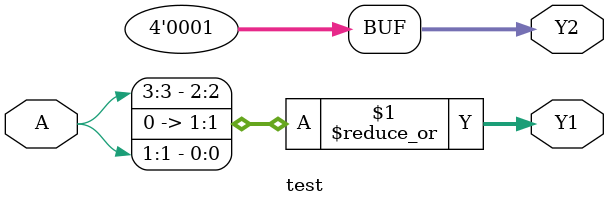
<source format=v>
module test(input [3:0] A, output [3:0] Y1, Y2);
    assign Y1 = |{A[3], 1'b0, A[1]};
    assign Y2 = |{A[2], 1'b1, A[0]};
endmodule

</source>
